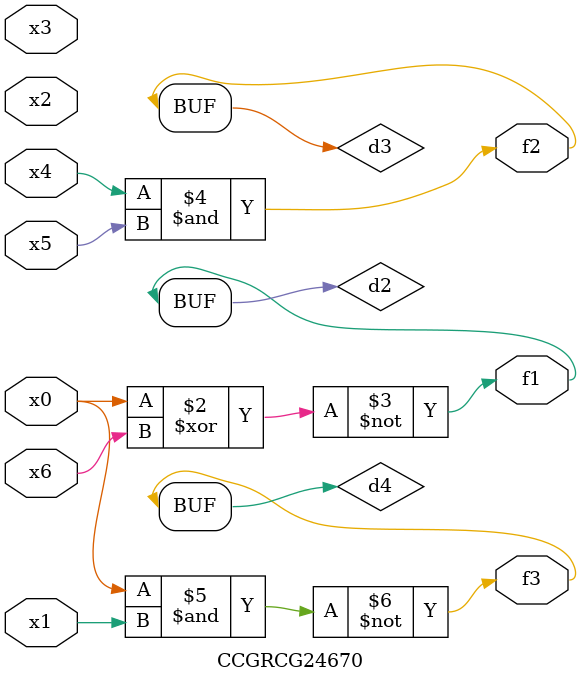
<source format=v>
module CCGRCG24670(
	input x0, x1, x2, x3, x4, x5, x6,
	output f1, f2, f3
);

	wire d1, d2, d3, d4;

	nor (d1, x0);
	xnor (d2, x0, x6);
	and (d3, x4, x5);
	nand (d4, x0, x1);
	assign f1 = d2;
	assign f2 = d3;
	assign f3 = d4;
endmodule

</source>
